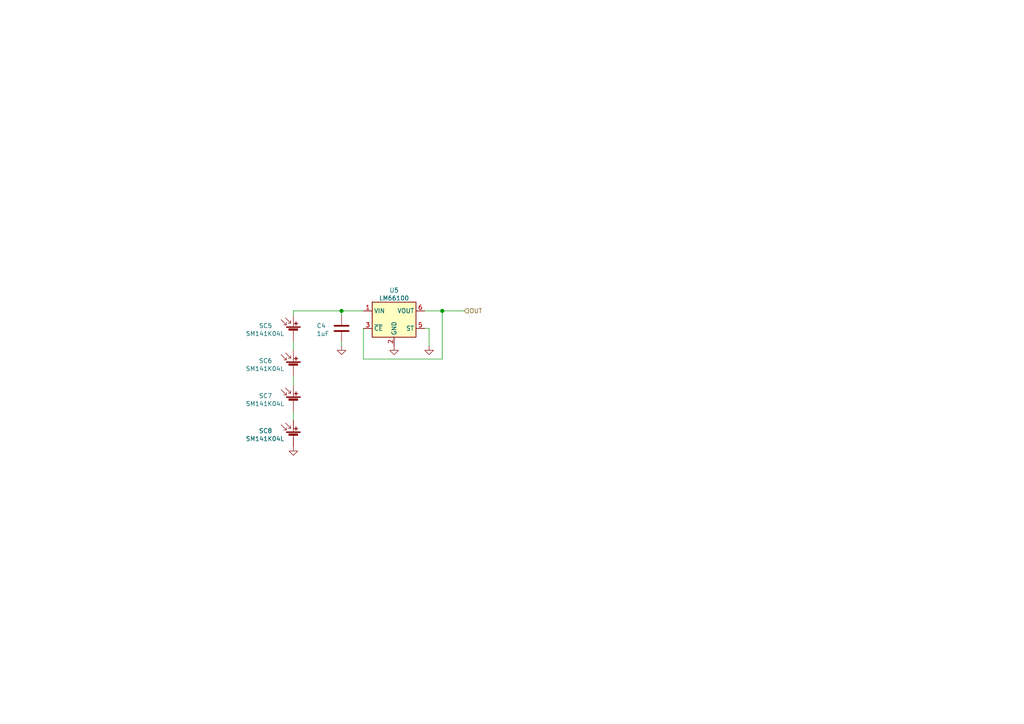
<source format=kicad_sch>
(kicad_sch (version 20211123) (generator eeschema)
  (paper "A4")
  (title_block (title "BUCube - Solar module XY") (date "2022-01-20") (rev "v1.0") (company "VUT") (comment 1 "Author: Petr Malaník"))
  (lib_symbols
    (symbol "Device:C" (pin_numbers hide) (pin_names (offset 0.254))
      (property "Reference" "C" (at 0.635 2.54 0))
      (property "Value" "C" (at 0.635 -2.54 0))
      (symbol "C_0_1"
        (polyline (pts (xy -2.032 -0.762) (xy 2.032 -0.762)) (stroke (width 0.508)))
        (polyline (pts (xy -2.032 0.762) (xy 2.032 0.762)) (stroke (width 0.508)))
      )
      (symbol "C_1_1"
        (pin passive line (at 0 3.81 270) (length 2.794) (name "~") (number "1"))
        (pin passive line (at 0 -3.81 90) (length 2.794) (name "~") (number "2"))
      )
    )
    (symbol "Device:Solar_Cell" (pin_numbers hide) (pin_names (offset 0) hide)
      (property "Reference" "SC" (at 2.54 2.54 0))
      (property "Value" "Solar_Cell" (at 2.54 0 0))
      (symbol "Solar_Cell_0_1"
        (rectangle (start -2.032 1.778) (end 2.032 1.524) (fill (type outline)))
        (rectangle (start -1.3208 1.1938) (end 1.27 0.6858) (fill (type outline)))
        (polyline (pts (xy -2.032 2.286) (xy -3.556 3.81)))
        (polyline (pts (xy -0.762 2.794) (xy -2.286 4.318)))
        (polyline (pts (xy 0 0.762) (xy 0 0)))
        (polyline (pts (xy 0 1.778) (xy 0 2.54)))
        (polyline (pts (xy 0.254 2.667) (xy 1.27 2.667)) (stroke (width 0.254)))
        (polyline (pts (xy 0.762 3.175) (xy 0.762 2.159)) (stroke (width 0.254)))
        (polyline (pts (xy -2.032 3.048) (xy -2.032 2.286) (xy -2.794 2.286)))
        (polyline (pts (xy -0.762 3.556) (xy -0.762 2.794) (xy -1.524 2.794)))
      )
      (symbol "Solar_Cell_1_1"
        (pin passive line (at 0 5.08 270) (length 2.54) (name "+") (number "1"))
        (pin passive line (at 0 -2.54 90) (length 2.54) (name "-") (number "2"))
      )
    )
    (symbol "TCY_power_management:LM66100"
      (property "Reference" "U" (at 0 6.35 0))
      (property "Value" "LM66100" (at 0 8.89 0))
      (symbol "LM66100_0_1"
        (rectangle (start -6.35 5.08) (end 6.35 -5.08) (stroke (width 0.254)) (fill (type background)))
      )
      (symbol "LM66100_1_1"
        (pin power_in line (at -8.89 2.54 0) (length 2.54) (name "VIN") (number "1"))
        (pin passive line (at 0 -7.62 90) (length 2.54) (name "GND") (number "2"))
        (pin input line (at -8.89 -2.54 0) (length 2.54) (name "~{CE}") (number "3"))
        (pin output line (at 8.89 -2.54 180) (length 2.54) (name "ST") (number "5"))
        (pin power_out line (at 8.89 2.54 180) (length 2.54) (name "VOUT") (number "6"))
      )
    )
    (symbol "power:GND" (power) (pin_names (offset 0))
      (property "Value" "GND" (at 0 -3.81 0))
      (symbol "GND_0_1"
        (polyline (pts (xy 0 0) (xy 0 -1.27) (xy 1.27 -1.27) (xy 0 -2.54) (xy -1.27 -1.27) (xy 0 -1.27)))
      )
      (symbol "GND_1_1"
        (pin power_in line (at 0 0 270) (length 0) hide (name "GND") (number "1"))
      )
    )
  )
  (junction (at 99.06 90.17) (diameter 1.016))
  (junction (at 128.27 90.17) (diameter 1.016))
  (wire (pts (xy 99.06 99.06) (xy 99.06 100.33)))
  (wire (pts (xy 99.06 90.17) (xy 99.06 91.44)))
  (wire (pts (xy 85.09 99.06) (xy 85.09 101.6)))
  (wire (pts (xy 128.27 90.17) (xy 134.62 90.17)))
  (wire (pts (xy 105.41 95.25) (xy 105.41 104.14)))
  (wire (pts (xy 105.41 104.14) (xy 128.27 104.14)))
  (wire (pts (xy 128.27 90.17) (xy 123.19 90.17)))
  (wire (pts (xy 128.27 104.14) (xy 128.27 90.17)))
  (wire (pts (xy 85.09 109.22) (xy 85.09 111.76)))
  (wire (pts (xy 85.09 90.17) (xy 85.09 91.44)))
  (wire (pts (xy 85.09 90.17) (xy 99.06 90.17)))
  (wire (pts (xy 99.06 90.17) (xy 105.41 90.17)))
  (wire (pts (xy 85.09 119.38) (xy 85.09 121.92)))
  (wire (pts (xy 124.46 95.25) (xy 123.19 95.25)))
  (wire (pts (xy 124.46 100.33) (xy 124.46 95.25)))
  (hierarchical_label "OUT" (shape input) (at 134.62 90.17 0))
  (symbol (lib_id "Device:Solar_Cell") (at 85.09 106.68 0)
    (property "Reference" "SC6" (at 75.0571 104.6491 0) (effects (justify left)))
    (property "Value" "SM141K04L" (at 71.2471 106.9478 0) (effects (justify left)))
    (property "Footprint" "TCY_solar:SM141K04LV" (effects hide))
  )
  (symbol (lib_id "power:GND") (at 114.3 100.33 0)
    (property "Reference" "#PWR049" (effects hide))
    (property "Value" "GND" (effects hide))
  )
  (symbol (lib_id "power:GND") (at 99.06 100.33 0)
    (property "Reference" "#PWR048" (effects hide))
    (property "Value" "GND" (effects hide))
  )
  (symbol (lib_id "TCY_power_management:LM66100") (at 114.3 92.71 0)
    (property "Reference" "U5" (at 114.3 84.1968 0))
    (property "Value" "LM66100" (at 114.3 86.4955 0))
    (property "Footprint" "Package_TO_SOT_SMD:SOT-363_SC-70-6" (effects hide))
    (property "Datasheet" "https://www.ti.com/lit/ds/symlink/lm66100.pdf?ts=1611216893994&ref_url=https%253A%252F%252Fwww.google.com%252F" (effects hide))
  )
  (symbol (lib_id "power:GND") (at 85.09 129.54 0)
    (property "Reference" "#PWR047" (effects hide))
    (property "Value" "GND" (effects hide))
  )
  (symbol (lib_id "power:GND") (at 124.46 100.33 0)
    (property "Reference" "#PWR050" (effects hide))
    (property "Value" "GND" (effects hide))
  )
  (symbol (lib_id "Device:Solar_Cell") (at 85.09 116.84 0)
    (property "Reference" "SC7" (at 75.0571 114.8091 0) (effects (justify left)))
    (property "Value" "SM141K04L" (at 71.2471 117.1078 0) (effects (justify left)))
    (property "Footprint" "TCY_solar:SM141K04LV" (effects hide))
  )
  (symbol (lib_id "Device:Solar_Cell") (at 85.09 127 0)
    (property "Reference" "SC8" (at 75.0571 124.9691 0) (effects (justify left)))
    (property "Value" "SM141K04L" (at 71.2471 127.2678 0) (effects (justify left)))
    (property "Footprint" "TCY_solar:SM141K04LV" (effects hide))
  )
  (symbol (lib_id "Device:C") (at 99.06 95.25 0)
    (property "Reference" "C4" (at 91.8211 94.4891 0) (effects (justify left)))
    (property "Value" "1uF" (at 91.8211 96.7878 0) (effects (justify left)))
    (property "Footprint" "Capacitor_SMD:C_0603_1608Metric" (effects hide))
  )
  (symbol (lib_id "Device:Solar_Cell") (at 85.09 96.52 0)
    (property "Reference" "SC5" (at 75.0571 94.4891 0) (effects (justify left)))
    (property "Value" "SM141K04L" (at 71.2471 96.7878 0) (effects (justify left)))
    (property "Footprint" "TCY_solar:SM141K04LV" (effects hide))
  )
)
</source>
